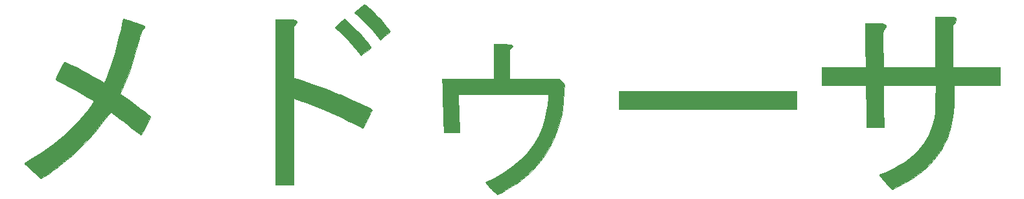
<source format=gbr>
G04 #@! TF.GenerationSoftware,KiCad,Pcbnew,(5.0.0)*
G04 #@! TF.CreationDate,2018-09-07T18:20:46+03:00*
G04 #@! TF.ProjectId,PROJECT,50524F4A4543542E6B696361645F7063,rev?*
G04 #@! TF.SameCoordinates,Original*
G04 #@! TF.FileFunction,Legend,Top*
G04 #@! TF.FilePolarity,Positive*
%FSLAX46Y46*%
G04 Gerber Fmt 4.6, Leading zero omitted, Abs format (unit mm)*
G04 Created by KiCad (PCBNEW (5.0.0)) date 09/07/18 18:20:46*
%MOMM*%
%LPD*%
G01*
G04 APERTURE LIST*
%ADD10C,0.010000*%
G04 APERTURE END LIST*
D10*
G04 #@! TO.C,G\002A\002A\002A*
G36*
X95062475Y-79760533D02*
X95259356Y-79904246D01*
X95521326Y-80120373D01*
X95826583Y-80389773D01*
X96153323Y-80693305D01*
X96479745Y-81011827D01*
X96730767Y-81269600D01*
X97001806Y-81564263D01*
X97290036Y-81892169D01*
X97575462Y-82228848D01*
X97838090Y-82549829D01*
X98057926Y-82830643D01*
X98214975Y-83046819D01*
X98289242Y-83173888D01*
X98290853Y-83178915D01*
X98259382Y-83253256D01*
X98133051Y-83388851D01*
X97903437Y-83593370D01*
X97562118Y-83874482D01*
X97283315Y-84096433D01*
X97011675Y-84310704D01*
X96625076Y-83811876D01*
X96357755Y-83487285D01*
X96007139Y-83090835D01*
X95604242Y-82654977D01*
X95180079Y-82212164D01*
X94765668Y-81794847D01*
X94392022Y-81435477D01*
X94124060Y-81195057D01*
X93903479Y-81001240D01*
X93737605Y-80843760D01*
X93654684Y-80749823D01*
X93650179Y-80738661D01*
X93707242Y-80666850D01*
X93857505Y-80529369D01*
X94069581Y-80351050D01*
X94312086Y-80156723D01*
X94553630Y-79971219D01*
X94762829Y-79819368D01*
X94908295Y-79726002D01*
X94952484Y-79708375D01*
X95062475Y-79760533D01*
X95062475Y-79760533D01*
G37*
X95062475Y-79760533D02*
X95259356Y-79904246D01*
X95521326Y-80120373D01*
X95826583Y-80389773D01*
X96153323Y-80693305D01*
X96479745Y-81011827D01*
X96730767Y-81269600D01*
X97001806Y-81564263D01*
X97290036Y-81892169D01*
X97575462Y-82228848D01*
X97838090Y-82549829D01*
X98057926Y-82830643D01*
X98214975Y-83046819D01*
X98289242Y-83173888D01*
X98290853Y-83178915D01*
X98259382Y-83253256D01*
X98133051Y-83388851D01*
X97903437Y-83593370D01*
X97562118Y-83874482D01*
X97283315Y-84096433D01*
X97011675Y-84310704D01*
X96625076Y-83811876D01*
X96357755Y-83487285D01*
X96007139Y-83090835D01*
X95604242Y-82654977D01*
X95180079Y-82212164D01*
X94765668Y-81794847D01*
X94392022Y-81435477D01*
X94124060Y-81195057D01*
X93903479Y-81001240D01*
X93737605Y-80843760D01*
X93654684Y-80749823D01*
X93650179Y-80738661D01*
X93707242Y-80666850D01*
X93857505Y-80529369D01*
X94069581Y-80351050D01*
X94312086Y-80156723D01*
X94553630Y-79971219D01*
X94762829Y-79819368D01*
X94908295Y-79726002D01*
X94952484Y-79708375D01*
X95062475Y-79760533D01*
G36*
X92798045Y-81978357D02*
X93141362Y-82292026D01*
X93513220Y-82651897D01*
X93899345Y-83042031D01*
X94285463Y-83446487D01*
X94657299Y-83849326D01*
X95000581Y-84234608D01*
X95301034Y-84586393D01*
X95544385Y-84888742D01*
X95716359Y-85125714D01*
X95802683Y-85281370D01*
X95803413Y-85334492D01*
X95684330Y-85436041D01*
X95483562Y-85601379D01*
X95240430Y-85798613D01*
X94994251Y-85995852D01*
X94784345Y-86161203D01*
X94780888Y-86163887D01*
X94508911Y-86374992D01*
X94250952Y-86038090D01*
X93820987Y-85504734D01*
X93317863Y-84926091D01*
X92783849Y-84348172D01*
X92261212Y-83816991D01*
X91878974Y-83455963D01*
X91595192Y-83194207D01*
X91358099Y-82965477D01*
X91189148Y-82791230D01*
X91109792Y-82692921D01*
X91106471Y-82683346D01*
X91161628Y-82605760D01*
X91313566Y-82457329D01*
X91537077Y-82261507D01*
X91732845Y-82100587D01*
X92362926Y-81595613D01*
X92798045Y-81978357D01*
X92798045Y-81978357D01*
G37*
X92798045Y-81978357D02*
X93141362Y-82292026D01*
X93513220Y-82651897D01*
X93899345Y-83042031D01*
X94285463Y-83446487D01*
X94657299Y-83849326D01*
X95000581Y-84234608D01*
X95301034Y-84586393D01*
X95544385Y-84888742D01*
X95716359Y-85125714D01*
X95802683Y-85281370D01*
X95803413Y-85334492D01*
X95684330Y-85436041D01*
X95483562Y-85601379D01*
X95240430Y-85798613D01*
X94994251Y-85995852D01*
X94784345Y-86161203D01*
X94780888Y-86163887D01*
X94508911Y-86374992D01*
X94250952Y-86038090D01*
X93820987Y-85504734D01*
X93317863Y-84926091D01*
X92783849Y-84348172D01*
X92261212Y-83816991D01*
X91878974Y-83455963D01*
X91595192Y-83194207D01*
X91358099Y-82965477D01*
X91189148Y-82791230D01*
X91109792Y-82692921D01*
X91106471Y-82683346D01*
X91161628Y-82605760D01*
X91313566Y-82457329D01*
X91537077Y-82261507D01*
X91732845Y-82100587D01*
X92362926Y-81595613D01*
X92798045Y-81978357D01*
G36*
X151349881Y-93440250D02*
X128224507Y-93440250D01*
X128224507Y-91059000D01*
X151349881Y-91059000D01*
X151349881Y-93440250D01*
X151349881Y-93440250D01*
G37*
X151349881Y-93440250D02*
X128224507Y-93440250D01*
X128224507Y-91059000D01*
X151349881Y-91059000D01*
X151349881Y-93440250D01*
G36*
X63519378Y-81556725D02*
X63713412Y-81612538D01*
X63995733Y-81703382D01*
X64339241Y-81819608D01*
X64716837Y-81951565D01*
X65101422Y-82089606D01*
X65465897Y-82224080D01*
X65783163Y-82345339D01*
X66026119Y-82443732D01*
X66167668Y-82509611D01*
X66189475Y-82524350D01*
X66247568Y-82621565D01*
X66186247Y-82730310D01*
X66166777Y-82751221D01*
X66017233Y-82885471D01*
X65932413Y-82945180D01*
X65872593Y-83042566D01*
X65784684Y-83266636D01*
X65678026Y-83590234D01*
X65561963Y-83986207D01*
X65515364Y-84157400D01*
X65059577Y-85794709D01*
X64603504Y-87284483D01*
X64143449Y-88637899D01*
X63675713Y-89866130D01*
X63434934Y-90443476D01*
X63033710Y-91375764D01*
X63992840Y-92064666D01*
X64381723Y-92347188D01*
X64800230Y-92656740D01*
X65229575Y-92978844D01*
X65650973Y-93299023D01*
X66045638Y-93602800D01*
X66394785Y-93875698D01*
X66679628Y-94103240D01*
X66881383Y-94270949D01*
X66981263Y-94364348D01*
X66986937Y-94372088D01*
X66963533Y-94456292D01*
X66879353Y-94650530D01*
X66748657Y-94926882D01*
X66585704Y-95257428D01*
X66404753Y-95614250D01*
X66220062Y-95969426D01*
X66045890Y-96295037D01*
X65896496Y-96563164D01*
X65786140Y-96745886D01*
X65746736Y-96800466D01*
X65672297Y-96774897D01*
X65501195Y-96662847D01*
X65253535Y-96479124D01*
X64949420Y-96238536D01*
X64669065Y-96006716D01*
X64299717Y-95700076D01*
X63897670Y-95373890D01*
X63482674Y-95043389D01*
X63074483Y-94723803D01*
X62692849Y-94430364D01*
X62357522Y-94178302D01*
X62088255Y-93982848D01*
X61904799Y-93859233D01*
X61837823Y-93823540D01*
X61765351Y-93873567D01*
X61617622Y-94028650D01*
X61412332Y-94268413D01*
X61167173Y-94572480D01*
X60998891Y-94789625D01*
X59656196Y-96448054D01*
X58259481Y-97973107D01*
X56787458Y-99386417D01*
X55218839Y-100709614D01*
X55016975Y-100868145D01*
X54627222Y-101166148D01*
X54222605Y-101465539D01*
X53824137Y-101751817D01*
X53452832Y-102010477D01*
X53129702Y-102227018D01*
X52875762Y-102386937D01*
X52712025Y-102475730D01*
X52668488Y-102489000D01*
X52588845Y-102438124D01*
X52416907Y-102296808D01*
X52172044Y-102082014D01*
X51873628Y-101810706D01*
X51566896Y-101524314D01*
X51239845Y-101213721D01*
X50954104Y-100939408D01*
X50727889Y-100719104D01*
X50579415Y-100570538D01*
X50527066Y-100512282D01*
X50581200Y-100456929D01*
X50742472Y-100342967D01*
X50984905Y-100187829D01*
X51238585Y-100034724D01*
X52773995Y-99069989D01*
X54214245Y-98042507D01*
X55549173Y-96961358D01*
X56768622Y-95835619D01*
X57862431Y-94674368D01*
X58820442Y-93486683D01*
X59254707Y-92871863D01*
X59610252Y-92343165D01*
X58527977Y-91683075D01*
X58232008Y-91507076D01*
X57856710Y-91290778D01*
X57424262Y-91046289D01*
X56956842Y-90785717D01*
X56476629Y-90521170D01*
X56005801Y-90264754D01*
X55566535Y-90028579D01*
X55181011Y-89824752D01*
X54871406Y-89665380D01*
X54659899Y-89562571D01*
X54590472Y-89533477D01*
X54605017Y-89461833D01*
X54679546Y-89279611D01*
X54800110Y-89014839D01*
X54952762Y-88695543D01*
X55123555Y-88349752D01*
X55298540Y-88005491D01*
X55463771Y-87690789D01*
X55605299Y-87433672D01*
X55709177Y-87262169D01*
X55743699Y-87216108D01*
X55830029Y-87227929D01*
X56032949Y-87306667D01*
X56335665Y-87443722D01*
X56721383Y-87630494D01*
X57173308Y-87858382D01*
X57674646Y-88118786D01*
X58208602Y-88403105D01*
X58758382Y-88702740D01*
X59307192Y-89009089D01*
X59829111Y-89308242D01*
X60194739Y-89518862D01*
X60511222Y-89697245D01*
X60756233Y-89831124D01*
X60907444Y-89908231D01*
X60945686Y-89921724D01*
X60999579Y-89823213D01*
X61096081Y-89607733D01*
X61222612Y-89306184D01*
X61366596Y-88949462D01*
X61515455Y-88568466D01*
X61656611Y-88194091D01*
X61721597Y-88015627D01*
X62006722Y-87169045D01*
X62300042Y-86201940D01*
X62591558Y-85151392D01*
X62871273Y-84054483D01*
X63129189Y-82948292D01*
X63287228Y-82208687D01*
X63350071Y-81912068D01*
X63402570Y-81681956D01*
X63435796Y-81556919D01*
X63440729Y-81545592D01*
X63519378Y-81556725D01*
X63519378Y-81556725D01*
G37*
X63519378Y-81556725D02*
X63713412Y-81612538D01*
X63995733Y-81703382D01*
X64339241Y-81819608D01*
X64716837Y-81951565D01*
X65101422Y-82089606D01*
X65465897Y-82224080D01*
X65783163Y-82345339D01*
X66026119Y-82443732D01*
X66167668Y-82509611D01*
X66189475Y-82524350D01*
X66247568Y-82621565D01*
X66186247Y-82730310D01*
X66166777Y-82751221D01*
X66017233Y-82885471D01*
X65932413Y-82945180D01*
X65872593Y-83042566D01*
X65784684Y-83266636D01*
X65678026Y-83590234D01*
X65561963Y-83986207D01*
X65515364Y-84157400D01*
X65059577Y-85794709D01*
X64603504Y-87284483D01*
X64143449Y-88637899D01*
X63675713Y-89866130D01*
X63434934Y-90443476D01*
X63033710Y-91375764D01*
X63992840Y-92064666D01*
X64381723Y-92347188D01*
X64800230Y-92656740D01*
X65229575Y-92978844D01*
X65650973Y-93299023D01*
X66045638Y-93602800D01*
X66394785Y-93875698D01*
X66679628Y-94103240D01*
X66881383Y-94270949D01*
X66981263Y-94364348D01*
X66986937Y-94372088D01*
X66963533Y-94456292D01*
X66879353Y-94650530D01*
X66748657Y-94926882D01*
X66585704Y-95257428D01*
X66404753Y-95614250D01*
X66220062Y-95969426D01*
X66045890Y-96295037D01*
X65896496Y-96563164D01*
X65786140Y-96745886D01*
X65746736Y-96800466D01*
X65672297Y-96774897D01*
X65501195Y-96662847D01*
X65253535Y-96479124D01*
X64949420Y-96238536D01*
X64669065Y-96006716D01*
X64299717Y-95700076D01*
X63897670Y-95373890D01*
X63482674Y-95043389D01*
X63074483Y-94723803D01*
X62692849Y-94430364D01*
X62357522Y-94178302D01*
X62088255Y-93982848D01*
X61904799Y-93859233D01*
X61837823Y-93823540D01*
X61765351Y-93873567D01*
X61617622Y-94028650D01*
X61412332Y-94268413D01*
X61167173Y-94572480D01*
X60998891Y-94789625D01*
X59656196Y-96448054D01*
X58259481Y-97973107D01*
X56787458Y-99386417D01*
X55218839Y-100709614D01*
X55016975Y-100868145D01*
X54627222Y-101166148D01*
X54222605Y-101465539D01*
X53824137Y-101751817D01*
X53452832Y-102010477D01*
X53129702Y-102227018D01*
X52875762Y-102386937D01*
X52712025Y-102475730D01*
X52668488Y-102489000D01*
X52588845Y-102438124D01*
X52416907Y-102296808D01*
X52172044Y-102082014D01*
X51873628Y-101810706D01*
X51566896Y-101524314D01*
X51239845Y-101213721D01*
X50954104Y-100939408D01*
X50727889Y-100719104D01*
X50579415Y-100570538D01*
X50527066Y-100512282D01*
X50581200Y-100456929D01*
X50742472Y-100342967D01*
X50984905Y-100187829D01*
X51238585Y-100034724D01*
X52773995Y-99069989D01*
X54214245Y-98042507D01*
X55549173Y-96961358D01*
X56768622Y-95835619D01*
X57862431Y-94674368D01*
X58820442Y-93486683D01*
X59254707Y-92871863D01*
X59610252Y-92343165D01*
X58527977Y-91683075D01*
X58232008Y-91507076D01*
X57856710Y-91290778D01*
X57424262Y-91046289D01*
X56956842Y-90785717D01*
X56476629Y-90521170D01*
X56005801Y-90264754D01*
X55566535Y-90028579D01*
X55181011Y-89824752D01*
X54871406Y-89665380D01*
X54659899Y-89562571D01*
X54590472Y-89533477D01*
X54605017Y-89461833D01*
X54679546Y-89279611D01*
X54800110Y-89014839D01*
X54952762Y-88695543D01*
X55123555Y-88349752D01*
X55298540Y-88005491D01*
X55463771Y-87690789D01*
X55605299Y-87433672D01*
X55709177Y-87262169D01*
X55743699Y-87216108D01*
X55830029Y-87227929D01*
X56032949Y-87306667D01*
X56335665Y-87443722D01*
X56721383Y-87630494D01*
X57173308Y-87858382D01*
X57674646Y-88118786D01*
X58208602Y-88403105D01*
X58758382Y-88702740D01*
X59307192Y-89009089D01*
X59829111Y-89308242D01*
X60194739Y-89518862D01*
X60511222Y-89697245D01*
X60756233Y-89831124D01*
X60907444Y-89908231D01*
X60945686Y-89921724D01*
X60999579Y-89823213D01*
X61096081Y-89607733D01*
X61222612Y-89306184D01*
X61366596Y-88949462D01*
X61515455Y-88568466D01*
X61656611Y-88194091D01*
X61721597Y-88015627D01*
X62006722Y-87169045D01*
X62300042Y-86201940D01*
X62591558Y-85151392D01*
X62871273Y-84054483D01*
X63129189Y-82948292D01*
X63287228Y-82208687D01*
X63350071Y-81912068D01*
X63402570Y-81681956D01*
X63435796Y-81556919D01*
X63440729Y-81545592D01*
X63519378Y-81556725D01*
G36*
X85092885Y-81621524D02*
X85535368Y-81648942D01*
X85845674Y-81700079D01*
X86033206Y-81779387D01*
X86107366Y-81891317D01*
X86077556Y-82040322D01*
X85953178Y-82230854D01*
X85914087Y-82278749D01*
X85688985Y-82547144D01*
X85688985Y-89306027D01*
X86238686Y-89471080D01*
X86743611Y-89630585D01*
X87358067Y-89837375D01*
X88050721Y-90079949D01*
X88790243Y-90346807D01*
X89545302Y-90626448D01*
X90284567Y-90907370D01*
X90976705Y-91178073D01*
X91590387Y-91427056D01*
X91754657Y-91495858D01*
X92360826Y-91755386D01*
X92967948Y-92021557D01*
X93559863Y-92286731D01*
X94120412Y-92543268D01*
X94633437Y-92783528D01*
X95082779Y-92999871D01*
X95452280Y-93184657D01*
X95725780Y-93330247D01*
X95887122Y-93428999D01*
X95924806Y-93467538D01*
X95892066Y-93550112D01*
X95803159Y-93744696D01*
X95672057Y-94022551D01*
X95512731Y-94354936D01*
X95339153Y-94713113D01*
X95165293Y-95068343D01*
X95005123Y-95391885D01*
X94872614Y-95655001D01*
X94781737Y-95828951D01*
X94752019Y-95880008D01*
X94683011Y-95852345D01*
X94495155Y-95764775D01*
X94206363Y-95625978D01*
X93834543Y-95444632D01*
X93397608Y-95229417D01*
X92917916Y-94991230D01*
X91831854Y-94457872D01*
X90848830Y-93992943D01*
X89941161Y-93584410D01*
X89081164Y-93220241D01*
X88241155Y-92888404D01*
X87393452Y-92576866D01*
X87232362Y-92520072D01*
X86789640Y-92365720D01*
X86396812Y-92230212D01*
X86076192Y-92121129D01*
X85850093Y-92046047D01*
X85740828Y-92012544D01*
X85734899Y-92011500D01*
X85727322Y-92088772D01*
X85720135Y-92312183D01*
X85713441Y-92669121D01*
X85707342Y-93146973D01*
X85701942Y-93733128D01*
X85697343Y-94414975D01*
X85693648Y-95179901D01*
X85690959Y-96015296D01*
X85689380Y-96908547D01*
X85688985Y-97647125D01*
X85688985Y-103282750D01*
X83338537Y-103282750D01*
X83338537Y-81613375D01*
X84508825Y-81613375D01*
X85092885Y-81621524D01*
X85092885Y-81621524D01*
G37*
X85092885Y-81621524D02*
X85535368Y-81648942D01*
X85845674Y-81700079D01*
X86033206Y-81779387D01*
X86107366Y-81891317D01*
X86077556Y-82040322D01*
X85953178Y-82230854D01*
X85914087Y-82278749D01*
X85688985Y-82547144D01*
X85688985Y-89306027D01*
X86238686Y-89471080D01*
X86743611Y-89630585D01*
X87358067Y-89837375D01*
X88050721Y-90079949D01*
X88790243Y-90346807D01*
X89545302Y-90626448D01*
X90284567Y-90907370D01*
X90976705Y-91178073D01*
X91590387Y-91427056D01*
X91754657Y-91495858D01*
X92360826Y-91755386D01*
X92967948Y-92021557D01*
X93559863Y-92286731D01*
X94120412Y-92543268D01*
X94633437Y-92783528D01*
X95082779Y-92999871D01*
X95452280Y-93184657D01*
X95725780Y-93330247D01*
X95887122Y-93428999D01*
X95924806Y-93467538D01*
X95892066Y-93550112D01*
X95803159Y-93744696D01*
X95672057Y-94022551D01*
X95512731Y-94354936D01*
X95339153Y-94713113D01*
X95165293Y-95068343D01*
X95005123Y-95391885D01*
X94872614Y-95655001D01*
X94781737Y-95828951D01*
X94752019Y-95880008D01*
X94683011Y-95852345D01*
X94495155Y-95764775D01*
X94206363Y-95625978D01*
X93834543Y-95444632D01*
X93397608Y-95229417D01*
X92917916Y-94991230D01*
X91831854Y-94457872D01*
X90848830Y-93992943D01*
X89941161Y-93584410D01*
X89081164Y-93220241D01*
X88241155Y-92888404D01*
X87393452Y-92576866D01*
X87232362Y-92520072D01*
X86789640Y-92365720D01*
X86396812Y-92230212D01*
X86076192Y-92121129D01*
X85850093Y-92046047D01*
X85740828Y-92012544D01*
X85734899Y-92011500D01*
X85727322Y-92088772D01*
X85720135Y-92312183D01*
X85713441Y-92669121D01*
X85707342Y-93146973D01*
X85701942Y-93733128D01*
X85697343Y-94414975D01*
X85693648Y-95179901D01*
X85690959Y-96015296D01*
X85689380Y-96908547D01*
X85688985Y-97647125D01*
X85688985Y-103282750D01*
X83338537Y-103282750D01*
X83338537Y-81613375D01*
X84508825Y-81613375D01*
X85092885Y-81621524D01*
G36*
X171184335Y-81300793D02*
X171579656Y-81314550D01*
X171887501Y-81335648D01*
X172082302Y-81362589D01*
X172129790Y-81378042D01*
X172253859Y-81523916D01*
X172253763Y-81740622D01*
X172131378Y-82010727D01*
X172048985Y-82129312D01*
X171821522Y-82428953D01*
X171821522Y-87884000D01*
X177963015Y-87884000D01*
X177963015Y-90265250D01*
X171973164Y-90265250D01*
X171973101Y-91515406D01*
X171949734Y-92714858D01*
X171876689Y-93788836D01*
X171749354Y-94763442D01*
X171563117Y-95664779D01*
X171313366Y-96518951D01*
X170995489Y-97352059D01*
X170905356Y-97558935D01*
X170335308Y-98653906D01*
X169632107Y-99680001D01*
X168793956Y-100639316D01*
X167819057Y-101533945D01*
X166882039Y-102244729D01*
X166519052Y-102486371D01*
X166097939Y-102748177D01*
X165646398Y-103014809D01*
X165192125Y-103270926D01*
X164762818Y-103501192D01*
X164386174Y-103690268D01*
X164089890Y-103822815D01*
X163936149Y-103876140D01*
X163852963Y-103882983D01*
X163761019Y-103848996D01*
X163642121Y-103757914D01*
X163478074Y-103593473D01*
X163250683Y-103339408D01*
X162969433Y-103011985D01*
X162701254Y-102693054D01*
X162473118Y-102414297D01*
X162302456Y-102197606D01*
X162206698Y-102064876D01*
X162192269Y-102035798D01*
X162258463Y-101980910D01*
X162432817Y-101895488D01*
X162678984Y-101797129D01*
X162704060Y-101788012D01*
X163128030Y-101616382D01*
X163635020Y-101382015D01*
X164180518Y-101108065D01*
X164720013Y-100817686D01*
X165208996Y-100534033D01*
X165602954Y-100280259D01*
X165604209Y-100279384D01*
X166567110Y-99522619D01*
X167398994Y-98687149D01*
X168099279Y-97773797D01*
X168667383Y-96783386D01*
X169102721Y-95716741D01*
X169293150Y-95067437D01*
X169356370Y-94809107D01*
X169405511Y-94575057D01*
X169442806Y-94338738D01*
X169470487Y-94073605D01*
X169490788Y-93753108D01*
X169505941Y-93350702D01*
X169518179Y-92839838D01*
X169528477Y-92269468D01*
X169562031Y-90265250D01*
X162733436Y-90265250D01*
X162778058Y-93043375D01*
X162822679Y-95821500D01*
X160524209Y-95821500D01*
X160523956Y-94293531D01*
X160520903Y-93698892D01*
X160512633Y-93048125D01*
X160500214Y-92400732D01*
X160484712Y-91816214D01*
X160474175Y-91515406D01*
X160424647Y-90265250D01*
X154686000Y-90265250D01*
X154686000Y-87884000D01*
X160461708Y-87884000D01*
X160406296Y-85026499D01*
X160350883Y-82168999D01*
X161574859Y-82168999D01*
X162036560Y-82170496D01*
X162371182Y-82176854D01*
X162603277Y-82190880D01*
X162757395Y-82215377D01*
X162858087Y-82253150D01*
X162929903Y-82307004D01*
X162948758Y-82325949D01*
X163042588Y-82466366D01*
X163043702Y-82622162D01*
X162945625Y-82828658D01*
X162823373Y-83009929D01*
X162767209Y-83097596D01*
X162722561Y-83198395D01*
X162688789Y-83328897D01*
X162665255Y-83505672D01*
X162651317Y-83745290D01*
X162646338Y-84064322D01*
X162649678Y-84479338D01*
X162660698Y-85006907D01*
X162678758Y-85663601D01*
X162697338Y-86276656D01*
X162747084Y-87883999D01*
X166109079Y-87883999D01*
X169471075Y-87884000D01*
X169471075Y-81295875D01*
X170727104Y-81295875D01*
X171184335Y-81300793D01*
X171184335Y-81300793D01*
G37*
X171184335Y-81300793D02*
X171579656Y-81314550D01*
X171887501Y-81335648D01*
X172082302Y-81362589D01*
X172129790Y-81378042D01*
X172253859Y-81523916D01*
X172253763Y-81740622D01*
X172131378Y-82010727D01*
X172048985Y-82129312D01*
X171821522Y-82428953D01*
X171821522Y-87884000D01*
X177963015Y-87884000D01*
X177963015Y-90265250D01*
X171973164Y-90265250D01*
X171973101Y-91515406D01*
X171949734Y-92714858D01*
X171876689Y-93788836D01*
X171749354Y-94763442D01*
X171563117Y-95664779D01*
X171313366Y-96518951D01*
X170995489Y-97352059D01*
X170905356Y-97558935D01*
X170335308Y-98653906D01*
X169632107Y-99680001D01*
X168793956Y-100639316D01*
X167819057Y-101533945D01*
X166882039Y-102244729D01*
X166519052Y-102486371D01*
X166097939Y-102748177D01*
X165646398Y-103014809D01*
X165192125Y-103270926D01*
X164762818Y-103501192D01*
X164386174Y-103690268D01*
X164089890Y-103822815D01*
X163936149Y-103876140D01*
X163852963Y-103882983D01*
X163761019Y-103848996D01*
X163642121Y-103757914D01*
X163478074Y-103593473D01*
X163250683Y-103339408D01*
X162969433Y-103011985D01*
X162701254Y-102693054D01*
X162473118Y-102414297D01*
X162302456Y-102197606D01*
X162206698Y-102064876D01*
X162192269Y-102035798D01*
X162258463Y-101980910D01*
X162432817Y-101895488D01*
X162678984Y-101797129D01*
X162704060Y-101788012D01*
X163128030Y-101616382D01*
X163635020Y-101382015D01*
X164180518Y-101108065D01*
X164720013Y-100817686D01*
X165208996Y-100534033D01*
X165602954Y-100280259D01*
X165604209Y-100279384D01*
X166567110Y-99522619D01*
X167398994Y-98687149D01*
X168099279Y-97773797D01*
X168667383Y-96783386D01*
X169102721Y-95716741D01*
X169293150Y-95067437D01*
X169356370Y-94809107D01*
X169405511Y-94575057D01*
X169442806Y-94338738D01*
X169470487Y-94073605D01*
X169490788Y-93753108D01*
X169505941Y-93350702D01*
X169518179Y-92839838D01*
X169528477Y-92269468D01*
X169562031Y-90265250D01*
X162733436Y-90265250D01*
X162778058Y-93043375D01*
X162822679Y-95821500D01*
X160524209Y-95821500D01*
X160523956Y-94293531D01*
X160520903Y-93698892D01*
X160512633Y-93048125D01*
X160500214Y-92400732D01*
X160484712Y-91816214D01*
X160474175Y-91515406D01*
X160424647Y-90265250D01*
X154686000Y-90265250D01*
X154686000Y-87884000D01*
X160461708Y-87884000D01*
X160406296Y-85026499D01*
X160350883Y-82168999D01*
X161574859Y-82168999D01*
X162036560Y-82170496D01*
X162371182Y-82176854D01*
X162603277Y-82190880D01*
X162757395Y-82215377D01*
X162858087Y-82253150D01*
X162929903Y-82307004D01*
X162948758Y-82325949D01*
X163042588Y-82466366D01*
X163043702Y-82622162D01*
X162945625Y-82828658D01*
X162823373Y-83009929D01*
X162767209Y-83097596D01*
X162722561Y-83198395D01*
X162688789Y-83328897D01*
X162665255Y-83505672D01*
X162651317Y-83745290D01*
X162646338Y-84064322D01*
X162649678Y-84479338D01*
X162660698Y-85006907D01*
X162678758Y-85663601D01*
X162697338Y-86276656D01*
X162747084Y-87883999D01*
X166109079Y-87883999D01*
X169471075Y-87884000D01*
X169471075Y-81295875D01*
X170727104Y-81295875D01*
X171184335Y-81300793D01*
G36*
X113417263Y-84877349D02*
X113825830Y-84908569D01*
X114099351Y-84965042D01*
X114245634Y-85050399D01*
X114272490Y-85168274D01*
X114187727Y-85322298D01*
X114085220Y-85434887D01*
X113896978Y-85621812D01*
X113895668Y-87506968D01*
X113894358Y-89392125D01*
X117150450Y-89392124D01*
X120406542Y-89392124D01*
X120724323Y-89778338D01*
X121042103Y-90164552D01*
X121028501Y-90949120D01*
X120932454Y-92553618D01*
X120702359Y-94090458D01*
X120340133Y-95555823D01*
X119847693Y-96945897D01*
X119226957Y-98256864D01*
X118479843Y-99484909D01*
X117608268Y-100626214D01*
X116614149Y-101676964D01*
X115499405Y-102633343D01*
X114955851Y-103034071D01*
X114609217Y-103268442D01*
X114217866Y-103517869D01*
X113806210Y-103768452D01*
X113398655Y-104006292D01*
X113019612Y-104217491D01*
X112693489Y-104388150D01*
X112444695Y-104504370D01*
X112297641Y-104552251D01*
X112288769Y-104552750D01*
X112200591Y-104499217D01*
X112029435Y-104352463D01*
X111797867Y-104133249D01*
X111528456Y-103862338D01*
X111452197Y-103783068D01*
X110716979Y-103013386D01*
X111831788Y-102442800D01*
X113137123Y-101706030D01*
X114306470Y-100900525D01*
X115341615Y-100023878D01*
X116244342Y-99073680D01*
X117016437Y-98047523D01*
X117659683Y-96942999D01*
X118175866Y-95757699D01*
X118566771Y-94489216D01*
X118834182Y-93135140D01*
X118858760Y-92961615D01*
X118907053Y-92574389D01*
X118945324Y-92207750D01*
X118968466Y-91913959D01*
X118972969Y-91793218D01*
X118974358Y-91455875D01*
X113102713Y-91455875D01*
X112173020Y-91456625D01*
X111287869Y-91458797D01*
X110458876Y-91462274D01*
X109697660Y-91466939D01*
X109015838Y-91472675D01*
X108425029Y-91479364D01*
X107936850Y-91486889D01*
X107562919Y-91495134D01*
X107314853Y-91503981D01*
X107204271Y-91513312D01*
X107199554Y-91515406D01*
X107194737Y-91607344D01*
X107196983Y-91836861D01*
X107205668Y-92182989D01*
X107220168Y-92624761D01*
X107239860Y-93141209D01*
X107264122Y-93711367D01*
X107266200Y-93757750D01*
X107292319Y-94344039D01*
X107316169Y-94889845D01*
X107336759Y-95371624D01*
X107353095Y-95765834D01*
X107364186Y-96048935D01*
X107369040Y-96197384D01*
X107369061Y-96198531D01*
X107373761Y-96456500D01*
X105340210Y-96456500D01*
X105297471Y-95801656D01*
X105282618Y-95521153D01*
X105265908Y-95117418D01*
X105248573Y-94625935D01*
X105231846Y-94082190D01*
X105216959Y-93521666D01*
X105214075Y-93400562D01*
X105198979Y-92797608D01*
X105181257Y-92162881D01*
X105162350Y-91543499D01*
X105143699Y-90986578D01*
X105126746Y-90539234D01*
X105126078Y-90523218D01*
X105078739Y-89392125D01*
X111847194Y-89392125D01*
X111847194Y-84867750D01*
X112865840Y-84867749D01*
X113417263Y-84877349D01*
X113417263Y-84877349D01*
G37*
X113417263Y-84877349D02*
X113825830Y-84908569D01*
X114099351Y-84965042D01*
X114245634Y-85050399D01*
X114272490Y-85168274D01*
X114187727Y-85322298D01*
X114085220Y-85434887D01*
X113896978Y-85621812D01*
X113895668Y-87506968D01*
X113894358Y-89392125D01*
X117150450Y-89392124D01*
X120406542Y-89392124D01*
X120724323Y-89778338D01*
X121042103Y-90164552D01*
X121028501Y-90949120D01*
X120932454Y-92553618D01*
X120702359Y-94090458D01*
X120340133Y-95555823D01*
X119847693Y-96945897D01*
X119226957Y-98256864D01*
X118479843Y-99484909D01*
X117608268Y-100626214D01*
X116614149Y-101676964D01*
X115499405Y-102633343D01*
X114955851Y-103034071D01*
X114609217Y-103268442D01*
X114217866Y-103517869D01*
X113806210Y-103768452D01*
X113398655Y-104006292D01*
X113019612Y-104217491D01*
X112693489Y-104388150D01*
X112444695Y-104504370D01*
X112297641Y-104552251D01*
X112288769Y-104552750D01*
X112200591Y-104499217D01*
X112029435Y-104352463D01*
X111797867Y-104133249D01*
X111528456Y-103862338D01*
X111452197Y-103783068D01*
X110716979Y-103013386D01*
X111831788Y-102442800D01*
X113137123Y-101706030D01*
X114306470Y-100900525D01*
X115341615Y-100023878D01*
X116244342Y-99073680D01*
X117016437Y-98047523D01*
X117659683Y-96942999D01*
X118175866Y-95757699D01*
X118566771Y-94489216D01*
X118834182Y-93135140D01*
X118858760Y-92961615D01*
X118907053Y-92574389D01*
X118945324Y-92207750D01*
X118968466Y-91913959D01*
X118972969Y-91793218D01*
X118974358Y-91455875D01*
X113102713Y-91455875D01*
X112173020Y-91456625D01*
X111287869Y-91458797D01*
X110458876Y-91462274D01*
X109697660Y-91466939D01*
X109015838Y-91472675D01*
X108425029Y-91479364D01*
X107936850Y-91486889D01*
X107562919Y-91495134D01*
X107314853Y-91503981D01*
X107204271Y-91513312D01*
X107199554Y-91515406D01*
X107194737Y-91607344D01*
X107196983Y-91836861D01*
X107205668Y-92182989D01*
X107220168Y-92624761D01*
X107239860Y-93141209D01*
X107264122Y-93711367D01*
X107266200Y-93757750D01*
X107292319Y-94344039D01*
X107316169Y-94889845D01*
X107336759Y-95371624D01*
X107353095Y-95765834D01*
X107364186Y-96048935D01*
X107369040Y-96197384D01*
X107369061Y-96198531D01*
X107373761Y-96456500D01*
X105340210Y-96456500D01*
X105297471Y-95801656D01*
X105282618Y-95521153D01*
X105265908Y-95117418D01*
X105248573Y-94625935D01*
X105231846Y-94082190D01*
X105216959Y-93521666D01*
X105214075Y-93400562D01*
X105198979Y-92797608D01*
X105181257Y-92162881D01*
X105162350Y-91543499D01*
X105143699Y-90986578D01*
X105126746Y-90539234D01*
X105126078Y-90523218D01*
X105078739Y-89392125D01*
X111847194Y-89392125D01*
X111847194Y-84867750D01*
X112865840Y-84867749D01*
X113417263Y-84877349D01*
G04 #@! TD*
M02*

</source>
